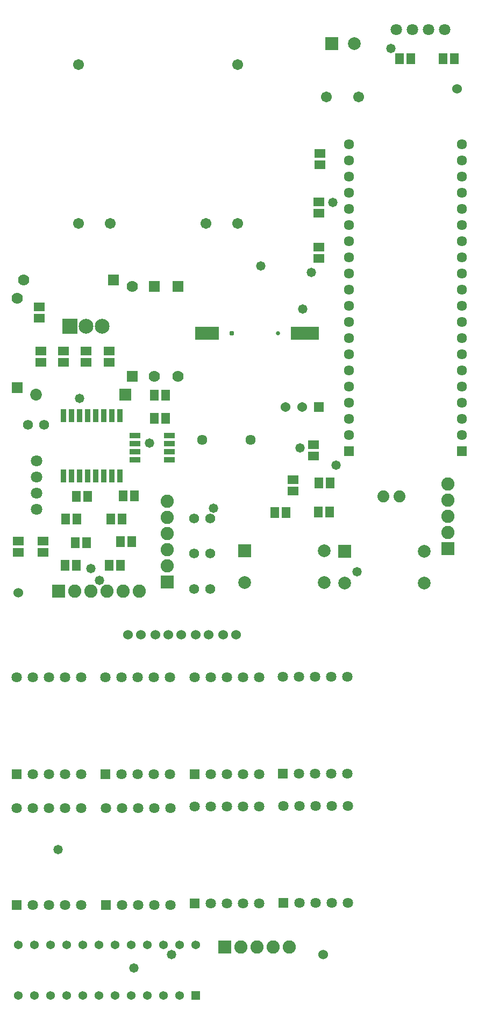
<source format=gbr>
%TF.GenerationSoftware,Altium Limited,Altium Designer,24.3.1 (35)*%
G04 Layer_Color=8388736*
%FSLAX25Y25*%
%MOIN*%
%TF.SameCoordinates,1C50E6C9-DA4A-4B26-87AC-B265A0C711DB*%
%TF.FilePolarity,Negative*%
%TF.FileFunction,Soldermask,Top*%
%TF.Part,Single*%
G01*
G75*
%TA.AperFunction,WasherPad*%
%ADD21C,0.06000*%
%TA.AperFunction,ComponentPad*%
%ADD33R,0.07874X0.07874*%
%ADD34C,0.07874*%
%TA.AperFunction,SMDPad,CuDef*%
%ADD56R,0.06509X0.05328*%
%ADD57R,0.05328X0.06509*%
%ADD58R,0.14658X0.08162*%
%ADD59R,0.17808X0.07965*%
%ADD60R,0.06706X0.03359*%
%ADD61R,0.03359X0.08379*%
%TA.AperFunction,ComponentPad*%
%ADD62R,0.05367X0.05367*%
%ADD63C,0.05367*%
%ADD64R,0.06410X0.06410*%
%ADD65C,0.06410*%
%ADD66C,0.08182*%
%ADD67R,0.08182X0.08182*%
%ADD68R,0.08182X0.08182*%
%ADD69R,0.06048X0.06048*%
%ADD70C,0.06048*%
%ADD71C,0.06343*%
%ADD72C,0.07414*%
%ADD73C,0.07119*%
%ADD74R,0.06343X0.06343*%
%ADD75C,0.06174*%
%ADD76C,0.03084*%
%ADD77C,0.02572*%
%ADD78C,0.07001*%
%ADD79R,0.07001X0.07001*%
%ADD80R,0.07296X0.07296*%
%ADD81C,0.07296*%
%ADD82C,0.09186*%
%ADD83R,0.09186X0.09186*%
%ADD84R,0.07001X0.07001*%
%ADD85C,0.06706*%
%ADD86C,0.07887*%
%ADD87R,0.07887X0.07887*%
%TA.AperFunction,ViaPad*%
%ADD88C,0.05800*%
D21*
X140000Y236000D02*
D03*
X123000D02*
D03*
X89000D02*
D03*
X106000D02*
D03*
X81000D02*
D03*
X114000D02*
D03*
X98000D02*
D03*
X131000D02*
D03*
X148000D02*
D03*
X202000Y38000D02*
D03*
X13000Y262000D02*
D03*
X285000Y574000D02*
D03*
D33*
X215500Y287726D02*
D03*
X153394Y287840D02*
D03*
D34*
X264713Y287726D02*
D03*
X215500Y268041D02*
D03*
X264713D02*
D03*
X202606Y287840D02*
D03*
X153394Y268155D02*
D03*
X202606D02*
D03*
D56*
X55000Y411543D02*
D03*
Y404457D02*
D03*
X199500Y476043D02*
D03*
Y468957D02*
D03*
X199970Y526957D02*
D03*
Y534043D02*
D03*
X199500Y496957D02*
D03*
Y504043D02*
D03*
X196000Y346500D02*
D03*
Y353587D02*
D03*
X183500Y332000D02*
D03*
Y324913D02*
D03*
X13000Y286957D02*
D03*
Y294043D02*
D03*
X28500Y286957D02*
D03*
Y294043D02*
D03*
X41007Y411543D02*
D03*
Y404457D02*
D03*
X26099Y439000D02*
D03*
Y431913D02*
D03*
X69500Y404457D02*
D03*
Y411543D02*
D03*
X27000D02*
D03*
Y404457D02*
D03*
D57*
X256543Y592500D02*
D03*
X249457D02*
D03*
X276457D02*
D03*
X283543D02*
D03*
X76500Y279000D02*
D03*
X69413D02*
D03*
X206087Y312000D02*
D03*
X199000D02*
D03*
X206543Y330000D02*
D03*
X199457D02*
D03*
X179043Y311500D02*
D03*
X171957D02*
D03*
X77543Y307500D02*
D03*
X70457D02*
D03*
X49543D02*
D03*
X42457D02*
D03*
X55500Y292993D02*
D03*
X48413D02*
D03*
X77957Y322000D02*
D03*
X85043D02*
D03*
X83543Y293500D02*
D03*
X76457D02*
D03*
X49043Y279000D02*
D03*
X41957D02*
D03*
X48957Y321500D02*
D03*
X56043D02*
D03*
X97457Y370000D02*
D03*
X104543D02*
D03*
X97457Y384310D02*
D03*
X104543D02*
D03*
D58*
X130166Y422500D02*
D03*
D59*
X190639D02*
D03*
D60*
X85370Y359275D02*
D03*
Y354275D02*
D03*
Y349275D02*
D03*
Y344275D02*
D03*
X106630D02*
D03*
Y349275D02*
D03*
Y354275D02*
D03*
Y359275D02*
D03*
D61*
X41076Y371551D02*
D03*
X46076D02*
D03*
X51076D02*
D03*
X56076D02*
D03*
X61076D02*
D03*
X66076D02*
D03*
X71076D02*
D03*
X76076D02*
D03*
Y334449D02*
D03*
X71076D02*
D03*
X66076D02*
D03*
X61076D02*
D03*
X56076D02*
D03*
X51076D02*
D03*
X46076D02*
D03*
X41076D02*
D03*
D62*
X123000Y12740D02*
D03*
D63*
X113000D02*
D03*
X103000D02*
D03*
X93000D02*
D03*
X83000D02*
D03*
X73000D02*
D03*
X63000D02*
D03*
X53000D02*
D03*
X43000D02*
D03*
X33000D02*
D03*
X23000D02*
D03*
X13000D02*
D03*
Y44000D02*
D03*
X23000D02*
D03*
X33000D02*
D03*
X43000D02*
D03*
X53000D02*
D03*
X63000D02*
D03*
X73000D02*
D03*
X83000D02*
D03*
X93000D02*
D03*
X103000D02*
D03*
X113000D02*
D03*
X123000D02*
D03*
D64*
X12000Y68500D02*
D03*
X67500D02*
D03*
X177500Y70000D02*
D03*
X122500Y69500D02*
D03*
X177000Y150000D02*
D03*
X12000Y149500D02*
D03*
X122500D02*
D03*
X67000D02*
D03*
D65*
X22000Y68500D02*
D03*
X32000D02*
D03*
X42000D02*
D03*
X52000D02*
D03*
Y128500D02*
D03*
X42000D02*
D03*
X32000D02*
D03*
X22000D02*
D03*
X12000D02*
D03*
X77500Y68500D02*
D03*
X87500D02*
D03*
X97500D02*
D03*
X107500D02*
D03*
Y128500D02*
D03*
X97500D02*
D03*
X87500D02*
D03*
X77500D02*
D03*
X67500D02*
D03*
X187500Y70000D02*
D03*
X197500D02*
D03*
X207500D02*
D03*
X217500D02*
D03*
Y130000D02*
D03*
X207500D02*
D03*
X197500D02*
D03*
X187500D02*
D03*
X177500D02*
D03*
X132500Y69500D02*
D03*
X142500D02*
D03*
X152500D02*
D03*
X162500D02*
D03*
Y129500D02*
D03*
X152500D02*
D03*
X142500D02*
D03*
X132500D02*
D03*
X122500D02*
D03*
X187000Y150000D02*
D03*
X197000D02*
D03*
X207000D02*
D03*
X217000D02*
D03*
Y210000D02*
D03*
X207000D02*
D03*
X197000D02*
D03*
X187000D02*
D03*
X177000D02*
D03*
X22000Y149500D02*
D03*
X32000D02*
D03*
X42000D02*
D03*
X52000D02*
D03*
Y209500D02*
D03*
X42000D02*
D03*
X32000D02*
D03*
X22000D02*
D03*
X12000D02*
D03*
X132500Y149500D02*
D03*
X142500D02*
D03*
X152500D02*
D03*
X162500D02*
D03*
Y209500D02*
D03*
X152500D02*
D03*
X142500D02*
D03*
X132500D02*
D03*
X122500D02*
D03*
X77000Y149500D02*
D03*
X87000D02*
D03*
X97000D02*
D03*
X107000D02*
D03*
Y209500D02*
D03*
X97000D02*
D03*
X87000D02*
D03*
X77000D02*
D03*
X67000D02*
D03*
D66*
X181000Y42500D02*
D03*
X171000D02*
D03*
X161000D02*
D03*
X151000D02*
D03*
X279500Y329345D02*
D03*
Y319345D02*
D03*
Y309345D02*
D03*
Y299345D02*
D03*
X105500Y278500D02*
D03*
Y288500D02*
D03*
Y298500D02*
D03*
Y308500D02*
D03*
Y318500D02*
D03*
X48000Y263000D02*
D03*
X58000D02*
D03*
X68000D02*
D03*
X78000D02*
D03*
X88000D02*
D03*
D67*
X141000Y42500D02*
D03*
X38000Y263000D02*
D03*
D68*
X279500Y289345D02*
D03*
X105500Y268500D02*
D03*
D69*
X199236Y377000D02*
D03*
D70*
X189000D02*
D03*
X178764D02*
D03*
D71*
X126961Y356500D02*
D03*
X156961D02*
D03*
X218000Y439500D02*
D03*
Y449500D02*
D03*
Y429500D02*
D03*
Y419500D02*
D03*
Y409500D02*
D03*
Y399500D02*
D03*
Y389500D02*
D03*
Y379500D02*
D03*
Y369500D02*
D03*
Y359500D02*
D03*
Y459500D02*
D03*
Y469500D02*
D03*
Y479500D02*
D03*
Y489500D02*
D03*
Y499500D02*
D03*
Y509500D02*
D03*
Y519500D02*
D03*
Y529500D02*
D03*
Y539500D02*
D03*
X288000Y439500D02*
D03*
Y449500D02*
D03*
Y429500D02*
D03*
Y419500D02*
D03*
Y409500D02*
D03*
Y399500D02*
D03*
Y389500D02*
D03*
Y379500D02*
D03*
Y369500D02*
D03*
Y359500D02*
D03*
Y459500D02*
D03*
Y469500D02*
D03*
Y479500D02*
D03*
Y489500D02*
D03*
Y499500D02*
D03*
Y509500D02*
D03*
Y519500D02*
D03*
Y529500D02*
D03*
Y539500D02*
D03*
D72*
X249500Y321500D02*
D03*
X239500D02*
D03*
D73*
X277500Y610500D02*
D03*
X267500D02*
D03*
X257500D02*
D03*
X247500D02*
D03*
X24500Y343500D02*
D03*
Y333500D02*
D03*
Y323500D02*
D03*
Y313500D02*
D03*
D74*
X218000Y349500D02*
D03*
X288000D02*
D03*
D75*
X122000Y264266D02*
D03*
X132000D02*
D03*
X122000Y308000D02*
D03*
X132000D02*
D03*
X122000Y286133D02*
D03*
X132000D02*
D03*
X19000Y366000D02*
D03*
X29000D02*
D03*
D76*
X145442Y422500D02*
D03*
D77*
X173985D02*
D03*
D78*
X112000Y396000D02*
D03*
X83810Y451500D02*
D03*
X97500Y395988D02*
D03*
X12500Y444431D02*
D03*
X16500Y455716D02*
D03*
D79*
X112000Y451512D02*
D03*
X83810Y395988D02*
D03*
X97500Y451500D02*
D03*
X12500Y388919D02*
D03*
D80*
X79512Y384700D02*
D03*
D81*
X24000D02*
D03*
D82*
X65191Y427000D02*
D03*
X55152D02*
D03*
D83*
X45112D02*
D03*
D84*
X72012Y455716D02*
D03*
D85*
X224000Y569000D02*
D03*
X204000D02*
D03*
X50500Y589000D02*
D03*
X148925D02*
D03*
Y490575D02*
D03*
X129240D02*
D03*
X70185D02*
D03*
X50500D02*
D03*
D86*
X221280Y602000D02*
D03*
D87*
X207500D02*
D03*
D88*
X244000Y599000D02*
D03*
X210000Y341000D02*
D03*
X108000Y38000D02*
D03*
X63313Y269500D02*
D03*
X37600Y102900D02*
D03*
X194850Y460350D02*
D03*
X134200Y314200D02*
D03*
X163500Y464200D02*
D03*
X58000Y277000D02*
D03*
X223100Y274800D02*
D03*
X207900Y503500D02*
D03*
X94400Y354500D02*
D03*
X84800Y29700D02*
D03*
X51076Y382400D02*
D03*
X189300Y437700D02*
D03*
X187800Y351700D02*
D03*
%TF.MD5,6c1a0d895e194a4407ed6bedea064029*%
M02*

</source>
